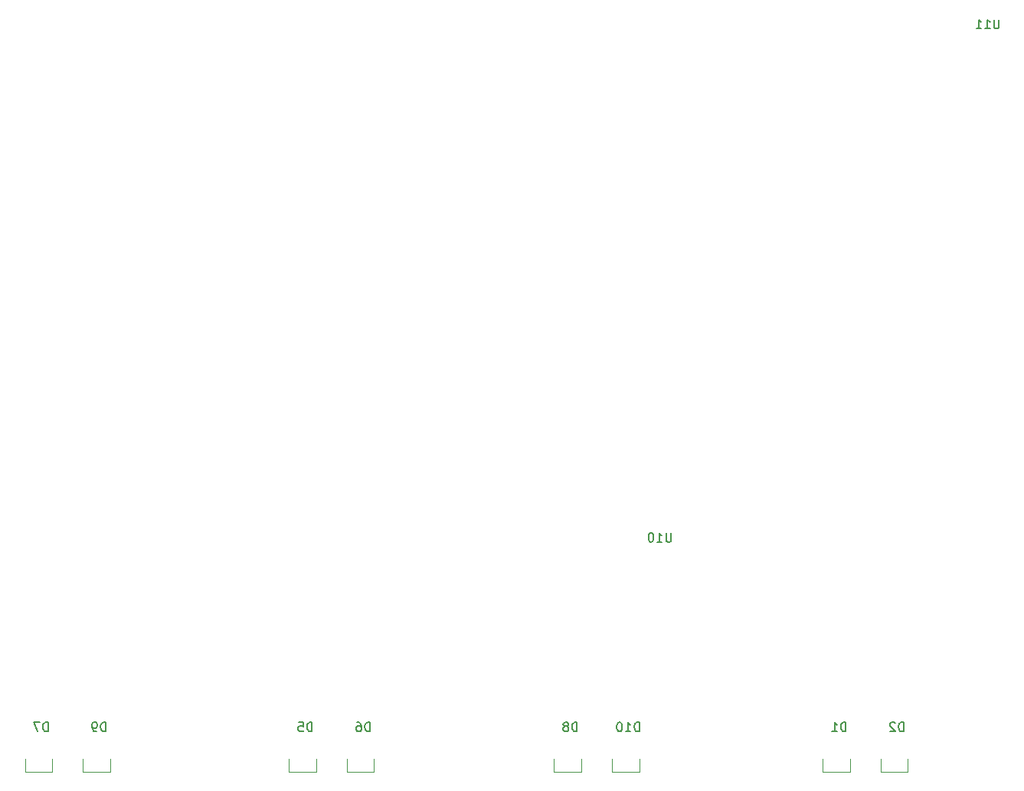
<source format=gbr>
G04 #@! TF.GenerationSoftware,KiCad,Pcbnew,5.1.3-ffb9f22~84~ubuntu18.04.1*
G04 #@! TF.CreationDate,2019-08-08T14:17:25+02:00*
G04 #@! TF.ProjectId,HiveCam,48697665-4361-46d2-9e6b-696361645f70,rev?*
G04 #@! TF.SameCoordinates,Original*
G04 #@! TF.FileFunction,Legend,Bot*
G04 #@! TF.FilePolarity,Positive*
%FSLAX46Y46*%
G04 Gerber Fmt 4.6, Leading zero omitted, Abs format (unit mm)*
G04 Created by KiCad (PCBNEW 5.1.3-ffb9f22~84~ubuntu18.04.1) date 2019-08-08 14:17:25*
%MOMM*%
%LPD*%
G04 APERTURE LIST*
%ADD10C,0.120000*%
%ADD11C,0.150000*%
G04 APERTURE END LIST*
D10*
X119898000Y-120265000D02*
X119898000Y-121665000D01*
X119898000Y-121665000D02*
X122898000Y-121665000D01*
X122898000Y-121665000D02*
X122898000Y-120265000D01*
X113498000Y-120265000D02*
X113498000Y-121665000D01*
X113498000Y-121665000D02*
X116498000Y-121665000D01*
X116498000Y-121665000D02*
X116498000Y-120265000D01*
X90198000Y-120265000D02*
X90198000Y-121665000D01*
X90198000Y-121665000D02*
X93198000Y-121665000D01*
X93198000Y-121665000D02*
X93198000Y-120265000D01*
X83798000Y-120265000D02*
X83798000Y-121665000D01*
X83798000Y-121665000D02*
X86798000Y-121665000D01*
X86798000Y-121665000D02*
X86798000Y-120265000D01*
X60898000Y-120265000D02*
X60898000Y-121665000D01*
X60898000Y-121665000D02*
X63898000Y-121665000D01*
X63898000Y-121665000D02*
X63898000Y-120265000D01*
X54498000Y-120265000D02*
X54498000Y-121665000D01*
X54498000Y-121665000D02*
X57498000Y-121665000D01*
X57498000Y-121665000D02*
X57498000Y-120265000D01*
X34698000Y-121665000D02*
X34698000Y-120265000D01*
X31698000Y-121665000D02*
X34698000Y-121665000D01*
X31698000Y-120265000D02*
X31698000Y-121665000D01*
X28298000Y-121665000D02*
X28298000Y-120265000D01*
X25298000Y-121665000D02*
X28298000Y-121665000D01*
X25298000Y-120265000D02*
X25298000Y-121665000D01*
D11*
X132986095Y-38517380D02*
X132986095Y-39326904D01*
X132938476Y-39422142D01*
X132890857Y-39469761D01*
X132795619Y-39517380D01*
X132605142Y-39517380D01*
X132509904Y-39469761D01*
X132462285Y-39422142D01*
X132414666Y-39326904D01*
X132414666Y-38517380D01*
X131414666Y-39517380D02*
X131986095Y-39517380D01*
X131700380Y-39517380D02*
X131700380Y-38517380D01*
X131795619Y-38660238D01*
X131890857Y-38755476D01*
X131986095Y-38803095D01*
X130462285Y-39517380D02*
X131033714Y-39517380D01*
X130748000Y-39517380D02*
X130748000Y-38517380D01*
X130843238Y-38660238D01*
X130938476Y-38755476D01*
X131033714Y-38803095D01*
X96736095Y-95267380D02*
X96736095Y-96076904D01*
X96688476Y-96172142D01*
X96640857Y-96219761D01*
X96545619Y-96267380D01*
X96355142Y-96267380D01*
X96259904Y-96219761D01*
X96212285Y-96172142D01*
X96164666Y-96076904D01*
X96164666Y-95267380D01*
X95164666Y-96267380D02*
X95736095Y-96267380D01*
X95450380Y-96267380D02*
X95450380Y-95267380D01*
X95545619Y-95410238D01*
X95640857Y-95505476D01*
X95736095Y-95553095D01*
X94545619Y-95267380D02*
X94450380Y-95267380D01*
X94355142Y-95315000D01*
X94307523Y-95362619D01*
X94259904Y-95457857D01*
X94212285Y-95648333D01*
X94212285Y-95886428D01*
X94259904Y-96076904D01*
X94307523Y-96172142D01*
X94355142Y-96219761D01*
X94450380Y-96267380D01*
X94545619Y-96267380D01*
X94640857Y-96219761D01*
X94688476Y-96172142D01*
X94736095Y-96076904D01*
X94783714Y-95886428D01*
X94783714Y-95648333D01*
X94736095Y-95457857D01*
X94688476Y-95362619D01*
X94640857Y-95315000D01*
X94545619Y-95267380D01*
X122436095Y-117217380D02*
X122436095Y-116217380D01*
X122198000Y-116217380D01*
X122055142Y-116265000D01*
X121959904Y-116360238D01*
X121912285Y-116455476D01*
X121864666Y-116645952D01*
X121864666Y-116788809D01*
X121912285Y-116979285D01*
X121959904Y-117074523D01*
X122055142Y-117169761D01*
X122198000Y-117217380D01*
X122436095Y-117217380D01*
X121483714Y-116312619D02*
X121436095Y-116265000D01*
X121340857Y-116217380D01*
X121102761Y-116217380D01*
X121007523Y-116265000D01*
X120959904Y-116312619D01*
X120912285Y-116407857D01*
X120912285Y-116503095D01*
X120959904Y-116645952D01*
X121531333Y-117217380D01*
X120912285Y-117217380D01*
X116036095Y-117217380D02*
X116036095Y-116217380D01*
X115798000Y-116217380D01*
X115655142Y-116265000D01*
X115559904Y-116360238D01*
X115512285Y-116455476D01*
X115464666Y-116645952D01*
X115464666Y-116788809D01*
X115512285Y-116979285D01*
X115559904Y-117074523D01*
X115655142Y-117169761D01*
X115798000Y-117217380D01*
X116036095Y-117217380D01*
X114512285Y-117217380D02*
X115083714Y-117217380D01*
X114798000Y-117217380D02*
X114798000Y-116217380D01*
X114893238Y-116360238D01*
X114988476Y-116455476D01*
X115083714Y-116503095D01*
X93212285Y-117217380D02*
X93212285Y-116217380D01*
X92974190Y-116217380D01*
X92831333Y-116265000D01*
X92736095Y-116360238D01*
X92688476Y-116455476D01*
X92640857Y-116645952D01*
X92640857Y-116788809D01*
X92688476Y-116979285D01*
X92736095Y-117074523D01*
X92831333Y-117169761D01*
X92974190Y-117217380D01*
X93212285Y-117217380D01*
X91688476Y-117217380D02*
X92259904Y-117217380D01*
X91974190Y-117217380D02*
X91974190Y-116217380D01*
X92069428Y-116360238D01*
X92164666Y-116455476D01*
X92259904Y-116503095D01*
X91069428Y-116217380D02*
X90974190Y-116217380D01*
X90878952Y-116265000D01*
X90831333Y-116312619D01*
X90783714Y-116407857D01*
X90736095Y-116598333D01*
X90736095Y-116836428D01*
X90783714Y-117026904D01*
X90831333Y-117122142D01*
X90878952Y-117169761D01*
X90974190Y-117217380D01*
X91069428Y-117217380D01*
X91164666Y-117169761D01*
X91212285Y-117122142D01*
X91259904Y-117026904D01*
X91307523Y-116836428D01*
X91307523Y-116598333D01*
X91259904Y-116407857D01*
X91212285Y-116312619D01*
X91164666Y-116265000D01*
X91069428Y-116217380D01*
X86336095Y-117217380D02*
X86336095Y-116217380D01*
X86098000Y-116217380D01*
X85955142Y-116265000D01*
X85859904Y-116360238D01*
X85812285Y-116455476D01*
X85764666Y-116645952D01*
X85764666Y-116788809D01*
X85812285Y-116979285D01*
X85859904Y-117074523D01*
X85955142Y-117169761D01*
X86098000Y-117217380D01*
X86336095Y-117217380D01*
X85193238Y-116645952D02*
X85288476Y-116598333D01*
X85336095Y-116550714D01*
X85383714Y-116455476D01*
X85383714Y-116407857D01*
X85336095Y-116312619D01*
X85288476Y-116265000D01*
X85193238Y-116217380D01*
X85002761Y-116217380D01*
X84907523Y-116265000D01*
X84859904Y-116312619D01*
X84812285Y-116407857D01*
X84812285Y-116455476D01*
X84859904Y-116550714D01*
X84907523Y-116598333D01*
X85002761Y-116645952D01*
X85193238Y-116645952D01*
X85288476Y-116693571D01*
X85336095Y-116741190D01*
X85383714Y-116836428D01*
X85383714Y-117026904D01*
X85336095Y-117122142D01*
X85288476Y-117169761D01*
X85193238Y-117217380D01*
X85002761Y-117217380D01*
X84907523Y-117169761D01*
X84859904Y-117122142D01*
X84812285Y-117026904D01*
X84812285Y-116836428D01*
X84859904Y-116741190D01*
X84907523Y-116693571D01*
X85002761Y-116645952D01*
X63436095Y-117217380D02*
X63436095Y-116217380D01*
X63198000Y-116217380D01*
X63055142Y-116265000D01*
X62959904Y-116360238D01*
X62912285Y-116455476D01*
X62864666Y-116645952D01*
X62864666Y-116788809D01*
X62912285Y-116979285D01*
X62959904Y-117074523D01*
X63055142Y-117169761D01*
X63198000Y-117217380D01*
X63436095Y-117217380D01*
X62007523Y-116217380D02*
X62198000Y-116217380D01*
X62293238Y-116265000D01*
X62340857Y-116312619D01*
X62436095Y-116455476D01*
X62483714Y-116645952D01*
X62483714Y-117026904D01*
X62436095Y-117122142D01*
X62388476Y-117169761D01*
X62293238Y-117217380D01*
X62102761Y-117217380D01*
X62007523Y-117169761D01*
X61959904Y-117122142D01*
X61912285Y-117026904D01*
X61912285Y-116788809D01*
X61959904Y-116693571D01*
X62007523Y-116645952D01*
X62102761Y-116598333D01*
X62293238Y-116598333D01*
X62388476Y-116645952D01*
X62436095Y-116693571D01*
X62483714Y-116788809D01*
X57036095Y-117217380D02*
X57036095Y-116217380D01*
X56798000Y-116217380D01*
X56655142Y-116265000D01*
X56559904Y-116360238D01*
X56512285Y-116455476D01*
X56464666Y-116645952D01*
X56464666Y-116788809D01*
X56512285Y-116979285D01*
X56559904Y-117074523D01*
X56655142Y-117169761D01*
X56798000Y-117217380D01*
X57036095Y-117217380D01*
X55559904Y-116217380D02*
X56036095Y-116217380D01*
X56083714Y-116693571D01*
X56036095Y-116645952D01*
X55940857Y-116598333D01*
X55702761Y-116598333D01*
X55607523Y-116645952D01*
X55559904Y-116693571D01*
X55512285Y-116788809D01*
X55512285Y-117026904D01*
X55559904Y-117122142D01*
X55607523Y-117169761D01*
X55702761Y-117217380D01*
X55940857Y-117217380D01*
X56036095Y-117169761D01*
X56083714Y-117122142D01*
X34236095Y-117217380D02*
X34236095Y-116217380D01*
X33998000Y-116217380D01*
X33855142Y-116265000D01*
X33759904Y-116360238D01*
X33712285Y-116455476D01*
X33664666Y-116645952D01*
X33664666Y-116788809D01*
X33712285Y-116979285D01*
X33759904Y-117074523D01*
X33855142Y-117169761D01*
X33998000Y-117217380D01*
X34236095Y-117217380D01*
X33188476Y-117217380D02*
X32998000Y-117217380D01*
X32902761Y-117169761D01*
X32855142Y-117122142D01*
X32759904Y-116979285D01*
X32712285Y-116788809D01*
X32712285Y-116407857D01*
X32759904Y-116312619D01*
X32807523Y-116265000D01*
X32902761Y-116217380D01*
X33093238Y-116217380D01*
X33188476Y-116265000D01*
X33236095Y-116312619D01*
X33283714Y-116407857D01*
X33283714Y-116645952D01*
X33236095Y-116741190D01*
X33188476Y-116788809D01*
X33093238Y-116836428D01*
X32902761Y-116836428D01*
X32807523Y-116788809D01*
X32759904Y-116741190D01*
X32712285Y-116645952D01*
X27836095Y-117217380D02*
X27836095Y-116217380D01*
X27598000Y-116217380D01*
X27455142Y-116265000D01*
X27359904Y-116360238D01*
X27312285Y-116455476D01*
X27264666Y-116645952D01*
X27264666Y-116788809D01*
X27312285Y-116979285D01*
X27359904Y-117074523D01*
X27455142Y-117169761D01*
X27598000Y-117217380D01*
X27836095Y-117217380D01*
X26931333Y-116217380D02*
X26264666Y-116217380D01*
X26693238Y-117217380D01*
M02*

</source>
